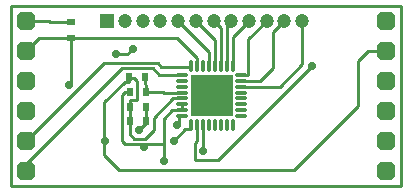
<source format=gbr>
G04 Layer_Physical_Order=2*
G04 Layer_Color=16711680*
%FSLAX44Y44*%
%MOMM*%
G71*
G01*
G75*
%ADD10C,0.2500*%
G04:AMPARAMS|DCode=12|XSize=1.6002mm|YSize=1.6002mm|CornerRadius=0mm|HoleSize=0mm|Usage=FLASHONLY|Rotation=270.000|XOffset=0mm|YOffset=0mm|HoleType=Round|Shape=Octagon|*
%AMOCTAGOND12*
4,1,8,-0.4001,-0.8001,0.4001,-0.8001,0.8001,-0.4001,0.8001,0.4001,0.4001,0.8001,-0.4001,0.8001,-0.8001,0.4001,-0.8001,-0.4001,-0.4001,-0.8001,0.0*
%
%ADD12OCTAGOND12*%

%ADD13R,1.2000X1.2000*%
%ADD14C,1.2000*%
%ADD15C,0.7000*%
G04:AMPARAMS|DCode=16|XSize=1mm|YSize=0.3mm|CornerRadius=0mm|HoleSize=0mm|Usage=FLASHONLY|Rotation=90.000|XOffset=0mm|YOffset=0mm|HoleType=Round|Shape=Octagon|*
%AMOCTAGOND16*
4,1,8,0.0750,0.5000,-0.0750,0.5000,-0.1500,0.4250,-0.1500,-0.4250,-0.0750,-0.5000,0.0750,-0.5000,0.1500,-0.4250,0.1500,0.4250,0.0750,0.5000,0.0*
%
%ADD16OCTAGOND16*%

G04:AMPARAMS|DCode=17|XSize=1mm|YSize=0.3mm|CornerRadius=0mm|HoleSize=0mm|Usage=FLASHONLY|Rotation=180.000|XOffset=0mm|YOffset=0mm|HoleType=Round|Shape=Octagon|*
%AMOCTAGOND17*
4,1,8,-0.5000,0.0750,-0.5000,-0.0750,-0.4250,-0.1500,0.4250,-0.1500,0.5000,-0.0750,0.5000,0.0750,0.4250,0.1500,-0.4250,0.1500,-0.5000,0.0750,0.0*
%
%ADD17OCTAGOND17*%

G04:AMPARAMS|DCode=18|XSize=1mm|YSize=0.35mm|CornerRadius=0mm|HoleSize=0mm|Usage=FLASHONLY|Rotation=270.000|XOffset=0mm|YOffset=0mm|HoleType=Round|Shape=Octagon|*
%AMOCTAGOND18*
4,1,8,-0.0875,-0.5000,0.0875,-0.5000,0.1750,-0.4125,0.1750,0.4125,0.0875,0.5000,-0.0875,0.5000,-0.1750,0.4125,-0.1750,-0.4125,-0.0875,-0.5000,0.0*
%
%ADD18OCTAGOND18*%

%ADD19R,0.6000X0.8000*%
%ADD20R,0.8000X0.6000*%
G36*
X188550Y275000D02*
X153550D01*
Y310000D01*
X188550D01*
Y275000D01*
D02*
G37*
D10*
X148244Y263750D02*
X153550D01*
X138757Y254262D02*
X148244Y263750D01*
X130478Y236806D02*
Y251387D01*
X92603Y229397D02*
X240647D01*
X80000Y242000D02*
X92603Y229397D01*
X240647D02*
X295050Y283800D01*
X80000Y242000D02*
Y254000D01*
X163550Y245084D02*
Y267500D01*
X89750Y327500D02*
X99250D01*
X104000Y332250D01*
X52070Y341122D02*
X141278D01*
X158550Y323850D01*
X128364Y316992D02*
X153550D01*
X125455Y319901D02*
X128364Y316992D01*
X79871Y319901D02*
X125455D01*
X126305Y310000D02*
X146050D01*
X120904Y315401D02*
X126305Y310000D01*
X94996Y315401D02*
X120904D01*
X13970Y254000D02*
X79871Y319901D01*
X13970Y234375D02*
X94996Y315401D01*
X295050Y283800D02*
Y322000D01*
X303250Y330200D01*
X318770D01*
X80000Y254000D02*
Y287010D01*
Y254000D02*
X80500D01*
X50250Y301250D02*
X52070Y303070D01*
Y341122D01*
X80000Y287010D02*
X97282Y304292D01*
X13970Y228600D02*
Y234375D01*
X111146Y251387D02*
X130478D01*
X1270Y215900D02*
Y368300D01*
X331470D01*
Y215900D02*
Y368300D01*
X1270Y215900D02*
X331470D01*
X101492Y288290D02*
X107950D01*
X101242Y307086D02*
X105410D01*
X101242D02*
Y308150D01*
Y304292D02*
Y307086D01*
X97282Y304292D02*
X101242D01*
X130478Y251387D02*
Y272835D01*
X97790Y295656D02*
X101496D01*
X97857Y251387D02*
X111146D01*
X201930Y310000D02*
Y339979D01*
X143510Y269541D02*
Y275000D01*
X24892Y341122D02*
X52070D01*
X13970Y330200D02*
X24892Y341122D01*
X158550Y317500D02*
Y323850D01*
X101746Y259552D02*
Y270900D01*
Y259552D02*
X105410Y255888D01*
X114156D01*
X121666Y263398D01*
Y273744D01*
X137922Y290000D01*
X146050D01*
X34036Y354584D02*
X52070D01*
X33020Y355600D02*
X34036Y354584D01*
X13970Y355600D02*
X33020D01*
X101496Y295650D02*
Y295656D01*
X94996Y292862D02*
X97790Y295656D01*
X94996Y254248D02*
Y292862D01*
X130478Y272835D02*
X137643Y280000D01*
X146050D01*
X196050Y300000D02*
X228372D01*
X247551Y319179D01*
Y355600D01*
X188550Y317500D02*
Y341600D01*
X202550Y355600D01*
X183550Y317500D02*
Y351599D01*
X187551Y355600D01*
X173550Y317500D02*
Y339601D01*
X157551Y355600D02*
X173550Y339601D01*
X196050Y310000D02*
X201930D01*
Y339979D02*
X217551Y355600D01*
X196050Y305000D02*
X212090D01*
X223012Y315922D01*
Y346062D01*
X232550Y355600D01*
X153550Y263750D02*
Y267500D01*
X158550Y254054D02*
Y267500D01*
X156718Y252222D02*
X158550Y254054D01*
X156718Y238252D02*
Y252222D01*
Y238252D02*
X176276D01*
X255524Y317500D01*
X115208Y268878D02*
Y270900D01*
X109220Y262890D02*
X115208Y268878D01*
X111146Y251387D02*
X113904Y248630D01*
X94996Y254248D02*
X97857Y251387D01*
X143510Y275000D02*
X146050D01*
X141550Y267581D02*
X143510Y269541D01*
X178550Y317500D02*
Y349600D01*
X172550Y355600D02*
X178550Y349600D01*
X142550Y355600D02*
X168550Y329600D01*
Y317500D02*
Y329600D01*
X153550Y316992D02*
Y317500D01*
X105410Y307086D02*
X107950Y304546D01*
Y288290D02*
Y304546D01*
X101492Y283150D02*
Y288290D01*
Y277114D02*
Y283150D01*
Y277114D02*
X101746Y276860D01*
Y270900D02*
Y276860D01*
X146050Y280000D02*
Y285000D01*
X114954Y277114D02*
Y283150D01*
Y277114D02*
X115208Y276860D01*
Y270900D02*
Y276860D01*
X130698Y295000D02*
X146050D01*
X130048Y295650D02*
X130698Y295000D01*
X114958Y295650D02*
X130048D01*
X114704Y302006D02*
Y308150D01*
Y302006D02*
X114958Y301752D01*
Y295650D02*
Y301752D01*
D12*
X318770Y228600D02*
D03*
Y254000D02*
D03*
Y279400D02*
D03*
Y304800D02*
D03*
Y330200D02*
D03*
Y355600D02*
D03*
X13970Y228600D02*
D03*
Y254000D02*
D03*
Y279400D02*
D03*
Y304800D02*
D03*
Y330200D02*
D03*
Y355600D02*
D03*
D13*
X82550D02*
D03*
D14*
X97551D02*
D03*
X112550D02*
D03*
X127551D02*
D03*
X142550D02*
D03*
X157551D02*
D03*
X172550D02*
D03*
X187551D02*
D03*
X202550D02*
D03*
X217551D02*
D03*
X232550D02*
D03*
X247551D02*
D03*
D15*
X138757Y254262D02*
D03*
X130478Y236806D02*
D03*
X163550Y245084D02*
D03*
X89750Y327500D02*
D03*
X104000Y332250D02*
D03*
X80500Y254000D02*
D03*
X50250Y301250D02*
D03*
X255524Y317500D02*
D03*
X109220Y262890D02*
D03*
X113904Y248630D02*
D03*
X141550Y267581D02*
D03*
D16*
X153550Y317500D02*
D03*
X158550D02*
D03*
X163550D02*
D03*
X168550D02*
D03*
X173550D02*
D03*
X178550D02*
D03*
X183550D02*
D03*
X188550D02*
D03*
X183550Y267500D02*
D03*
X178550D02*
D03*
X173550D02*
D03*
X168550D02*
D03*
X163550D02*
D03*
X158550D02*
D03*
X153550D02*
D03*
D17*
X196050Y310000D02*
D03*
Y305000D02*
D03*
Y300000D02*
D03*
Y295000D02*
D03*
Y290000D02*
D03*
Y285000D02*
D03*
Y280000D02*
D03*
Y275000D02*
D03*
X146050D02*
D03*
Y280000D02*
D03*
Y285000D02*
D03*
Y290000D02*
D03*
Y295000D02*
D03*
Y300000D02*
D03*
Y305000D02*
D03*
Y310000D02*
D03*
D18*
X188550Y267500D02*
D03*
D19*
X114958Y295650D02*
D03*
X101496D02*
D03*
X114704Y308150D02*
D03*
X101242D02*
D03*
X114954Y283150D02*
D03*
X101492D02*
D03*
X101746Y270900D02*
D03*
X115208D02*
D03*
D20*
X52070Y354584D02*
D03*
Y341122D02*
D03*
M02*

</source>
